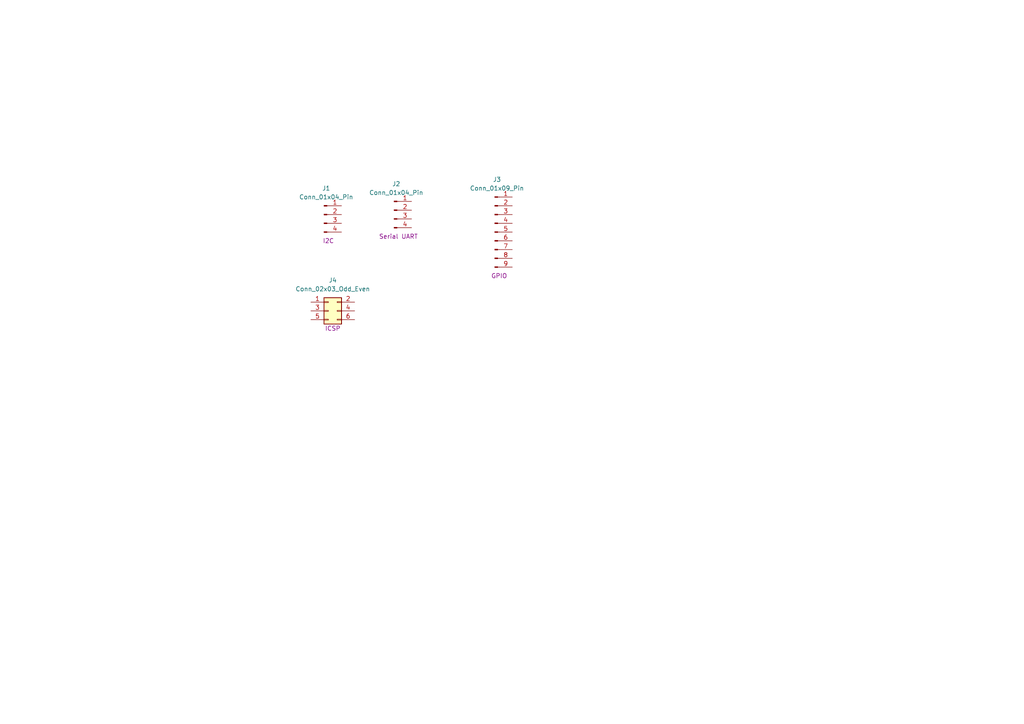
<source format=kicad_sch>
(kicad_sch (version 20250114) (generator "eeschema") (generator_version "9.0")
  (paper "A4")
  (lib_symbols
    (symbol "Connector:Conn_01x04_Pin" (pin_names (offset 1.016) (hide yes))
      (property "Reference" "J" (at 0 5.08 0))
      (property "Value" "Conn_01x04_Pin" (at 0 -7.62 0))
      (symbol "Conn_01x04_Pin_1_1"
        (rectangle (start 0.8636 2.667) (end 0 2.413) (stroke (width 0.1524)) (fill (type outline)))
        (rectangle (start 0.8636 0.127) (end 0 -0.127) (stroke (width 0.1524)) (fill (type outline)))
        (rectangle (start 0.8636 -2.413) (end 0 -2.667) (stroke (width 0.1524)) (fill (type outline)))
        (rectangle (start 0.8636 -4.953) (end 0 -5.207) (stroke (width 0.1524)) (fill (type outline)))
        (polyline (pts (xy 1.27 2.54) (xy 0.8636 2.54)) (stroke (width 0.1524)))
        (polyline (pts (xy 1.27 0) (xy 0.8636 0)) (stroke (width 0.1524)))
        (polyline (pts (xy 1.27 -2.54) (xy 0.8636 -2.54)) (stroke (width 0.1524)))
        (polyline (pts (xy 1.27 -5.08) (xy 0.8636 -5.08)) (stroke (width 0.1524)))
        (pin passive line (at 5.08 2.54 180) (length 3.81) (name "Pin_1") (number "1"))
        (pin passive line (at 5.08 0 180) (length 3.81) (name "Pin_2") (number "2"))
        (pin passive line (at 5.08 -2.54 180) (length 3.81) (name "Pin_3") (number "3"))
        (pin passive line (at 5.08 -5.08 180) (length 3.81) (name "Pin_4") (number "4"))
      )
    )
    (symbol "Connector:Conn_01x09_Pin" (pin_names (offset 1.016) (hide yes))
      (property "Reference" "J" (at 0 12.7 0))
      (property "Value" "Conn_01x09_Pin" (at 0 -12.7 0))
      (symbol "Conn_01x09_Pin_1_1"
        (rectangle (start 0.8636 10.287) (end 0 10.033) (stroke (width 0.1524)) (fill (type outline)))
        (rectangle (start 0.8636 7.747) (end 0 7.493) (stroke (width 0.1524)) (fill (type outline)))
        (rectangle (start 0.8636 5.207) (end 0 4.953) (stroke (width 0.1524)) (fill (type outline)))
        (rectangle (start 0.8636 2.667) (end 0 2.413) (stroke (width 0.1524)) (fill (type outline)))
        (rectangle (start 0.8636 0.127) (end 0 -0.127) (stroke (width 0.1524)) (fill (type outline)))
        (rectangle (start 0.8636 -2.413) (end 0 -2.667) (stroke (width 0.1524)) (fill (type outline)))
        (rectangle (start 0.8636 -4.953) (end 0 -5.207) (stroke (width 0.1524)) (fill (type outline)))
        (rectangle (start 0.8636 -7.493) (end 0 -7.747) (stroke (width 0.1524)) (fill (type outline)))
        (rectangle (start 0.8636 -10.033) (end 0 -10.287) (stroke (width 0.1524)) (fill (type outline)))
        (polyline (pts (xy 1.27 10.16) (xy 0.8636 10.16)) (stroke (width 0.1524)))
        (polyline (pts (xy 1.27 7.62) (xy 0.8636 7.62)) (stroke (width 0.1524)))
        (polyline (pts (xy 1.27 5.08) (xy 0.8636 5.08)) (stroke (width 0.1524)))
        (polyline (pts (xy 1.27 2.54) (xy 0.8636 2.54)) (stroke (width 0.1524)))
        (polyline (pts (xy 1.27 0) (xy 0.8636 0)) (stroke (width 0.1524)))
        (polyline (pts (xy 1.27 -2.54) (xy 0.8636 -2.54)) (stroke (width 0.1524)))
        (polyline (pts (xy 1.27 -5.08) (xy 0.8636 -5.08)) (stroke (width 0.1524)))
        (polyline (pts (xy 1.27 -7.62) (xy 0.8636 -7.62)) (stroke (width 0.1524)))
        (polyline (pts (xy 1.27 -10.16) (xy 0.8636 -10.16)) (stroke (width 0.1524)))
        (pin passive line (at 5.08 10.16 180) (length 3.81) (name "Pin_1") (number "1"))
        (pin passive line (at 5.08 7.62 180) (length 3.81) (name "Pin_2") (number "2"))
        (pin passive line (at 5.08 5.08 180) (length 3.81) (name "Pin_3") (number "3"))
        (pin passive line (at 5.08 2.54 180) (length 3.81) (name "Pin_4") (number "4"))
        (pin passive line (at 5.08 0 180) (length 3.81) (name "Pin_5") (number "5"))
        (pin passive line (at 5.08 -2.54 180) (length 3.81) (name "Pin_6") (number "6"))
        (pin passive line (at 5.08 -5.08 180) (length 3.81) (name "Pin_7") (number "7"))
        (pin passive line (at 5.08 -7.62 180) (length 3.81) (name "Pin_8") (number "8"))
        (pin passive line (at 5.08 -10.16 180) (length 3.81) (name "Pin_9") (number "9"))
      )
    )
    (symbol "Connector_Generic:Conn_02x03_Odd_Even" (pin_names (offset 1.016) (hide yes))
      (property "Reference" "J" (at 1.27 5.08 0))
      (property "Value" "Conn_02x03_Odd_Even" (at 1.27 -5.08 0))
      (symbol "Conn_02x03_Odd_Even_1_1"
        (rectangle (start -1.27 3.81) (end 3.81 -3.81) (stroke (width 0.254)) (fill (type background)))
        (rectangle (start -1.27 2.667) (end 0 2.413) (stroke (width 0.1524)))
        (rectangle (start -1.27 0.127) (end 0 -0.127) (stroke (width 0.1524)))
        (rectangle (start -1.27 -2.413) (end 0 -2.667) (stroke (width 0.1524)))
        (rectangle (start 3.81 2.667) (end 2.54 2.413) (stroke (width 0.1524)))
        (rectangle (start 3.81 0.127) (end 2.54 -0.127) (stroke (width 0.1524)))
        (rectangle (start 3.81 -2.413) (end 2.54 -2.667) (stroke (width 0.1524)))
        (pin passive line (at -5.08 2.54 0) (length 3.81) (name "Pin_1") (number "1"))
        (pin passive line (at -5.08 0 0) (length 3.81) (name "Pin_3") (number "3"))
        (pin passive line (at -5.08 -2.54 0) (length 3.81) (name "Pin_5") (number "5"))
        (pin passive line (at 7.62 2.54 180) (length 3.81) (name "Pin_2") (number "2"))
        (pin passive line (at 7.62 0 180) (length 3.81) (name "Pin_4") (number "4"))
        (pin passive line (at 7.62 -2.54 180) (length 3.81) (name "Pin_6") (number "6"))
      )
    )
  )
  (symbol (lib_id "Connector:Conn_01x09_Pin") (at 143.51 67.31 0) (unit 1)
    (property "Reference" "J3" (at 144.145 52.07 0))
    (property "Value" "Conn_01x09_Pin" (at 144.145 54.61 0))
    (property "Footprint" "Connector_PinHeader_2.54mm:PinHeader_1x09_P2.54mm_Vertical" (effects (hide yes)))
    (property "Description" "Generic connector, single row, 01x09, script generated" (effects (hide yes)))
    (property "Purpose" "GPIO" (at 144.78 80.01 0))
  )
  (symbol (lib_id "Connector:Conn_01x04_Pin") (at 93.98 62.23 0) (unit 1)
    (property "Reference" "J1" (at 94.615 54.61 0))
    (property "Value" "Conn_01x04_Pin" (at 94.615 57.15 0))
    (property "Footprint" "Connector_PinHeader_2.54mm:PinHeader_1x04_P2.54mm_Vertical" (effects (hide yes)))
    (property "Description" "Generic connector, single row, 01x04, script generated" (effects (hide yes)))
    (property "Purpose" "I2C" (at 95.25 69.85 0))
  )
  (symbol (lib_id "Connector_Generic:Conn_02x03_Odd_Even") (at 95.25 90.17 0) (unit 1)
    (property "Reference" "J4" (at 96.52 81.28 0))
    (property "Value" "Conn_02x03_Odd_Even" (at 96.52 83.82 0))
    (property "Footprint" "Connector_PinHeader_2.54mm:PinHeader_2x03_P2.54mm_Vertical" (effects (hide yes)))
    (property "Description" "Generic connector, double row, 02x03, odd/even pin numbering scheme (row 1 odd numbers, row 2 even numbers), script generated (kicad-library-utils/schlib/autogen/connector/)" (effects (hide yes)))
    (property "Purpose" "ICSP" (at 96.52 95.25 0))
  )
  (symbol (lib_id "Connector:Conn_01x04_Pin") (at 114.3 60.96 0) (unit 1)
    (property "Reference" "J2" (at 114.935 53.34 0))
    (property "Value" "Conn_01x04_Pin" (at 114.935 55.88 0))
    (property "Footprint" "Connector_PinHeader_2.54mm:PinHeader_1x04_P2.54mm_Vertical" (effects (hide yes)))
    (property "Description" "Generic connector, single row, 01x04, script generated" (effects (hide yes)))
    (property "Purpose" "Serial UART" (at 115.57 68.58 0))
  )
)
</source>
